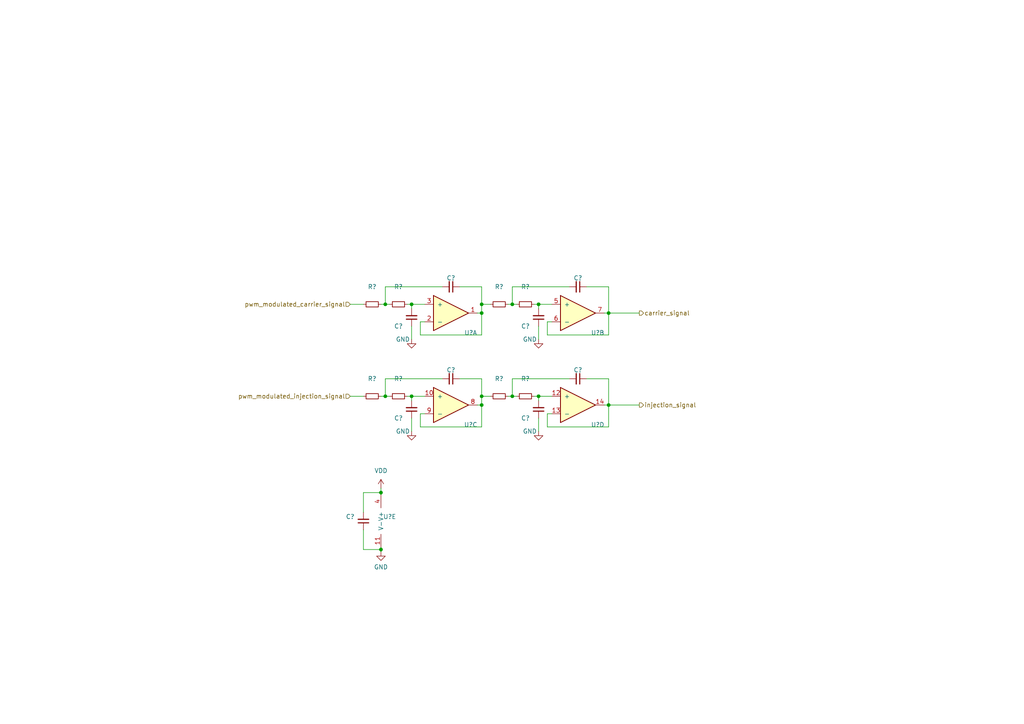
<source format=kicad_sch>
(kicad_sch (version 20211123) (generator eeschema)
  (paper "A4")
  (lib_symbols
    (symbol "Device:C_Small" (pin_numbers hide) (pin_names (offset 0.254) hide)
      (property "Reference" "C" (at 0.254 1.778 0))
      (property "Value" "C_Small" (at 0.254 -2.032 0))
      (symbol "C_Small_0_1"
        (polyline (pts (xy -1.524 -0.508) (xy 1.524 -0.508)) (stroke (width 0.3302)))
        (polyline (pts (xy -1.524 0.508) (xy 1.524 0.508)) (stroke (width 0.3048)))
      )
      (symbol "C_Small_1_1"
        (pin passive line (at 0 2.54 270) (length 2.032) (name "~") (number "1"))
        (pin passive line (at 0 -2.54 90) (length 2.032) (name "~") (number "2"))
      )
    )
    (symbol "Device:R_Small" (pin_numbers hide) (pin_names (offset 0.254) hide)
      (property "Reference" "R" (at 0.762 0.508 0))
      (property "Value" "R_Small" (at 0.762 -1.016 0))
      (symbol "R_Small_0_1"
        (rectangle (start -0.762 1.778) (end 0.762 -1.778) (stroke (width 0.2032)))
      )
      (symbol "R_Small_1_1"
        (pin passive line (at 0 2.54 270) (length 0.762) (name "~") (number "1"))
        (pin passive line (at 0 -2.54 90) (length 0.762) (name "~") (number "2"))
      )
    )
    (symbol "oe_flow:TLV9064" (pin_names (offset 1.016))
      (property "Reference" "U" (at 3.81 7.62 0))
      (property "Value" "TLV9064" (at 3.81 10.16 0))
      (symbol "TLV9064_1_1"
        (polyline (pts (xy -5.08 5.08) (xy 5.08 0) (xy -5.08 -5.08) (xy -5.08 5.08)) (stroke (width 0.254)) (fill (type background)))
        (pin output line (at 7.62 0 180) (length 2.54) (name "~") (number "1"))
        (pin input line (at -7.62 -2.54 0) (length 2.54) (name "-") (number "2"))
        (pin input line (at -7.62 2.54 0) (length 2.54) (name "+") (number "3"))
      )
      (symbol "TLV9064_2_1"
        (polyline (pts (xy -5.08 5.08) (xy 5.08 0) (xy -5.08 -5.08) (xy -5.08 5.08)) (stroke (width 0.254)) (fill (type background)))
        (pin input line (at -7.62 2.54 0) (length 2.54) (name "+") (number "5"))
        (pin input line (at -7.62 -2.54 0) (length 2.54) (name "-") (number "6"))
        (pin output line (at 7.62 0 180) (length 2.54) (name "~") (number "7"))
      )
      (symbol "TLV9064_3_1"
        (polyline (pts (xy -5.08 5.08) (xy 5.08 0) (xy -5.08 -5.08) (xy -5.08 5.08)) (stroke (width 0.254)) (fill (type background)))
        (pin input line (at -7.62 2.54 0) (length 2.54) (name "+") (number "10"))
        (pin output line (at 7.62 0 180) (length 2.54) (name "~") (number "8"))
        (pin input line (at -7.62 -2.54 0) (length 2.54) (name "-") (number "9"))
      )
      (symbol "TLV9064_4_1"
        (polyline (pts (xy -5.08 5.08) (xy 5.08 0) (xy -5.08 -5.08) (xy -5.08 5.08)) (stroke (width 0.254)) (fill (type background)))
        (pin input line (at -7.62 2.54 0) (length 2.54) (name "+") (number "12"))
        (pin input line (at -7.62 -2.54 0) (length 2.54) (name "-") (number "13"))
        (pin output line (at 7.62 0 180) (length 2.54) (name "~") (number "14"))
      )
      (symbol "TLV9064_5_1"
        (pin power_in line (at -2.54 -7.62 90) (length 3.81) (name "V-") (number "11"))
        (pin power_in line (at -2.54 7.62 270) (length 3.81) (name "V+") (number "4"))
      )
    )
    (symbol "power:GND" (power) (pin_names (offset 0))
      (property "Value" "GND" (at 0 -3.81 0))
      (symbol "GND_0_1"
        (polyline (pts (xy 0 0) (xy 0 -1.27) (xy 1.27 -1.27) (xy 0 -2.54) (xy -1.27 -1.27) (xy 0 -1.27)))
      )
      (symbol "GND_1_1"
        (pin power_in line (at 0 0 270) (length 0) hide (name "GND") (number "1"))
      )
    )
    (symbol "power:VDD" (power) (pin_names (offset 0))
      (property "Value" "VDD" (at 0 3.81 0))
      (symbol "VDD_0_1"
        (polyline (pts (xy -0.762 1.27) (xy 0 2.54)))
        (polyline (pts (xy 0 0) (xy 0 2.54)))
        (polyline (pts (xy 0 2.54) (xy 0.762 1.27)))
      )
      (symbol "VDD_1_1"
        (pin power_in line (at 0 0 90) (length 0) hide (name "VDD") (number "1"))
      )
    )
  )
  (junction (at 139.7 114.935))
  (junction (at 119.38 114.935))
  (junction (at 110.49 142.875))
  (junction (at 148.59 88.265))
  (junction (at 139.7 88.265))
  (junction (at 111.76 88.265))
  (junction (at 148.59 114.935))
  (junction (at 139.7 90.805))
  (junction (at 176.53 117.475))
  (junction (at 156.21 114.935))
  (junction (at 139.7 117.475))
  (junction (at 110.49 159.385))
  (junction (at 156.21 88.265))
  (junction (at 111.76 114.935))
  (junction (at 119.38 88.265))
  (junction (at 176.53 90.805))
  (wire (pts (xy 148.59 109.855) (xy 148.59 114.935)))
  (wire (pts (xy 165.1 109.855) (xy 148.59 109.855)))
  (wire (pts (xy 156.21 114.935) (xy 156.21 116.205)))
  (wire (pts (xy 119.38 88.265) (xy 119.38 89.535)))
  (wire (pts (xy 139.7 109.855) (xy 139.7 114.935)))
  (wire (pts (xy 119.38 88.265) (xy 123.19 88.265)))
  (wire (pts (xy 101.6 114.935) (xy 105.41 114.935)))
  (wire (pts (xy 154.94 88.265) (xy 156.21 88.265)))
  (wire (pts (xy 139.7 114.935) (xy 142.24 114.935)))
  (wire (pts (xy 170.18 83.185) (xy 176.53 83.185)))
  (wire (pts (xy 158.75 97.155) (xy 176.53 97.155)))
  (wire (pts (xy 176.53 117.475) (xy 176.53 123.825)))
  (wire (pts (xy 156.21 88.265) (xy 160.02 88.265)))
  (wire (pts (xy 119.38 114.935) (xy 123.19 114.935)))
  (wire (pts (xy 170.18 109.855) (xy 176.53 109.855)))
  (wire (pts (xy 160.02 93.345) (xy 158.75 93.345)))
  (wire (pts (xy 128.27 83.185) (xy 111.76 83.185)))
  (wire (pts (xy 121.92 93.345) (xy 121.92 97.155)))
  (wire (pts (xy 147.32 88.265) (xy 148.59 88.265)))
  (wire (pts (xy 139.7 97.155) (xy 139.7 90.805)))
  (wire (pts (xy 156.21 121.285) (xy 156.21 125.095)))
  (wire (pts (xy 118.11 88.265) (xy 119.38 88.265)))
  (wire (pts (xy 133.35 83.185) (xy 139.7 83.185)))
  (wire (pts (xy 148.59 83.185) (xy 148.59 88.265)))
  (wire (pts (xy 110.49 114.935) (xy 111.76 114.935)))
  (wire (pts (xy 148.59 114.935) (xy 149.86 114.935)))
  (wire (pts (xy 176.53 83.185) (xy 176.53 90.805)))
  (wire (pts (xy 105.41 159.385) (xy 110.49 159.385)))
  (wire (pts (xy 160.02 120.015) (xy 158.75 120.015)))
  (wire (pts (xy 156.21 114.935) (xy 160.02 114.935)))
  (wire (pts (xy 110.49 141.605) (xy 110.49 142.875)))
  (wire (pts (xy 118.11 114.935) (xy 119.38 114.935)))
  (wire (pts (xy 176.53 90.805) (xy 176.53 97.155)))
  (wire (pts (xy 139.7 90.805) (xy 138.43 90.805)))
  (wire (pts (xy 121.92 123.825) (xy 139.7 123.825)))
  (wire (pts (xy 111.76 88.265) (xy 113.03 88.265)))
  (wire (pts (xy 156.21 94.615) (xy 156.21 98.425)))
  (wire (pts (xy 148.59 88.265) (xy 149.86 88.265)))
  (wire (pts (xy 105.41 142.875) (xy 105.41 148.59)))
  (wire (pts (xy 154.94 114.935) (xy 156.21 114.935)))
  (wire (pts (xy 110.49 142.875) (xy 110.49 143.51)))
  (wire (pts (xy 105.41 153.67) (xy 105.41 159.385)))
  (wire (pts (xy 176.53 117.475) (xy 175.26 117.475)))
  (wire (pts (xy 158.75 93.345) (xy 158.75 97.155)))
  (wire (pts (xy 121.92 97.155) (xy 139.7 97.155)))
  (wire (pts (xy 111.76 83.185) (xy 111.76 88.265)))
  (wire (pts (xy 156.21 88.265) (xy 156.21 89.535)))
  (wire (pts (xy 147.32 114.935) (xy 148.59 114.935)))
  (wire (pts (xy 110.49 159.385) (xy 110.49 160.02)))
  (wire (pts (xy 110.49 142.875) (xy 105.41 142.875)))
  (wire (pts (xy 176.53 117.475) (xy 185.42 117.475)))
  (wire (pts (xy 123.19 93.345) (xy 121.92 93.345)))
  (wire (pts (xy 121.92 120.015) (xy 121.92 123.825)))
  (wire (pts (xy 110.49 88.265) (xy 111.76 88.265)))
  (wire (pts (xy 139.7 83.185) (xy 139.7 88.265)))
  (wire (pts (xy 139.7 123.825) (xy 139.7 117.475)))
  (wire (pts (xy 101.6 88.265) (xy 105.41 88.265)))
  (wire (pts (xy 128.27 109.855) (xy 111.76 109.855)))
  (wire (pts (xy 176.53 90.805) (xy 175.26 90.805)))
  (wire (pts (xy 110.49 158.75) (xy 110.49 159.385)))
  (wire (pts (xy 139.7 114.935) (xy 139.7 117.475)))
  (wire (pts (xy 165.1 83.185) (xy 148.59 83.185)))
  (wire (pts (xy 158.75 123.825) (xy 176.53 123.825)))
  (wire (pts (xy 133.35 109.855) (xy 139.7 109.855)))
  (wire (pts (xy 176.53 109.855) (xy 176.53 117.475)))
  (wire (pts (xy 111.76 114.935) (xy 113.03 114.935)))
  (wire (pts (xy 139.7 88.265) (xy 142.24 88.265)))
  (wire (pts (xy 123.19 120.015) (xy 121.92 120.015)))
  (wire (pts (xy 139.7 117.475) (xy 138.43 117.475)))
  (wire (pts (xy 119.38 114.935) (xy 119.38 116.205)))
  (wire (pts (xy 119.38 121.285) (xy 119.38 125.095)))
  (wire (pts (xy 158.75 120.015) (xy 158.75 123.825)))
  (wire (pts (xy 176.53 90.805) (xy 185.42 90.805)))
  (wire (pts (xy 111.76 109.855) (xy 111.76 114.935)))
  (wire (pts (xy 139.7 88.265) (xy 139.7 90.805)))
  (wire (pts (xy 119.38 94.615) (xy 119.38 98.425)))
  (hierarchical_label "carrier_signal" (shape output) (at 185.42 90.805 0))
  (hierarchical_label "pwm_modulated_injection_signal" (shape input) (at 101.6 114.935 180))
  (hierarchical_label "injection_signal" (shape output) (at 185.42 117.475 0))
  (hierarchical_label "pwm_modulated_carrier_signal" (shape input) (at 101.6 88.265 180))
  (symbol (lib_id "Device:R_Small") (at 152.4 88.265 270) (unit 1)
    (property "Reference" "R?" (at 152.4 83.185 90))
  )
  (symbol (lib_id "Device:C_Small") (at 119.38 118.745 180) (unit 1)
    (property "Reference" "C?" (at 114.3 121.285 0) (effects (justify right)))
  )
  (symbol (lib_id "Device:C_Small") (at 167.64 109.855 270) (unit 1)
    (property "Reference" "C?" (at 167.64 107.315 90))
  )
  (symbol (lib_id "power:GND") (at 110.49 160.02 0) (unit 1)
    (property "Reference" "#PWR?" (effects hide))
  )
  (symbol (lib_id "oe_flow:TLV9064") (at 130.81 90.805 0) (unit 1)
    (property "Reference" "U?" (at 136.525 96.52 0))
  )
  (symbol (lib_id "oe_flow:TLV9064") (at 167.64 90.805 0) (unit 2)
    (property "Reference" "U?" (at 173.355 96.52 0))
  )
  (symbol (lib_id "Device:R_Small") (at 107.95 88.265 270) (unit 1)
    (property "Reference" "R?" (at 107.95 83.185 90))
  )
  (symbol (lib_id "power:GND") (at 119.38 125.095 0) (unit 1)
    (property "Reference" "#PWR?" (effects hide))
  )
  (symbol (lib_id "Device:R_Small") (at 144.78 88.265 270) (unit 1)
    (property "Reference" "R?" (at 144.78 83.185 90))
  )
  (symbol (lib_id "Device:R_Small") (at 115.57 114.935 270) (unit 1)
    (property "Reference" "R?" (at 115.57 109.855 90))
  )
  (symbol (lib_id "oe_flow:TLV9064") (at 167.64 117.475 0) (unit 4)
    (property "Reference" "U?" (at 173.355 123.19 0))
  )
  (symbol (lib_id "Device:C_Small") (at 167.64 83.185 270) (unit 1)
    (property "Reference" "C?" (at 167.64 80.645 90))
  )
  (symbol (lib_id "Device:C_Small") (at 156.21 118.745 180) (unit 1)
    (property "Reference" "C?" (at 151.13 121.285 0) (effects (justify right)))
  )
  (symbol (lib_id "Device:R_Small") (at 144.78 114.935 270) (unit 1)
    (property "Reference" "R?" (at 144.78 109.855 90))
  )
  (symbol (lib_id "Device:C_Small") (at 105.41 151.13 0) (mirror x) (unit 1)
    (property "Reference" "C?" (at 102.87 149.8535 0) (effects (justify right)))
  )
  (symbol (lib_id "power:GND") (at 156.21 98.425 0) (unit 1)
    (property "Reference" "#PWR?" (effects hide))
  )
  (symbol (lib_id "Device:C_Small") (at 156.21 92.075 180) (unit 1)
    (property "Reference" "C?" (at 151.13 94.615 0) (effects (justify right)))
  )
  (symbol (lib_id "Device:C_Small") (at 119.38 92.075 180) (unit 1)
    (property "Reference" "C?" (at 114.3 94.615 0) (effects (justify right)))
  )
  (symbol (lib_id "Device:R_Small") (at 107.95 114.935 270) (unit 1)
    (property "Reference" "R?" (at 107.95 109.855 90))
  )
  (symbol (lib_id "power:GND") (at 156.21 125.095 0) (unit 1)
    (property "Reference" "#PWR?" (effects hide))
  )
  (symbol (lib_id "power:GND") (at 119.38 98.425 0) (unit 1)
    (property "Reference" "#PWR?" (effects hide))
  )
  (symbol (lib_id "power:VDD") (at 110.49 141.605 0) (unit 1)
    (property "Reference" "#PWR?" (effects hide))
  )
  (symbol (lib_id "oe_flow:TLV9064") (at 130.81 117.475 0) (unit 3)
    (property "Reference" "U?" (at 136.525 123.19 0))
  )
  (symbol (lib_id "Device:C_Small") (at 130.81 83.185 270) (unit 1)
    (property "Reference" "C?" (at 130.81 80.645 90))
  )
  (symbol (lib_id "Device:R_Small") (at 115.57 88.265 270) (unit 1)
    (property "Reference" "R?" (at 115.57 83.185 90))
  )
  (symbol (lib_id "Device:R_Small") (at 152.4 114.935 270) (unit 1)
    (property "Reference" "R?" (at 152.4 109.855 90))
  )
  (symbol (lib_id "Device:C_Small") (at 130.81 109.855 270) (unit 1)
    (property "Reference" "C?" (at 130.81 107.315 90))
  )
  (symbol (lib_id "oe_flow:TLV9064") (at 113.03 151.13 0) (unit 5)
    (property "Reference" "U?" (at 111.125 149.8599 0) (effects (justify left)))
  )
)
</source>
